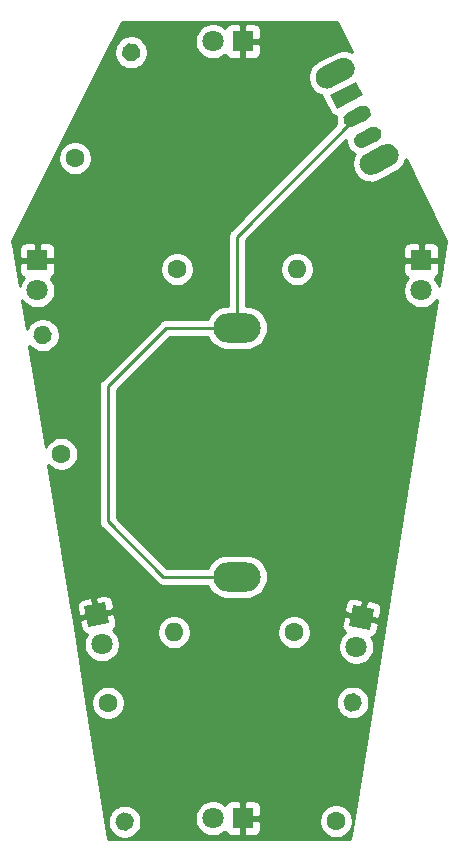
<source format=gbr>
%TF.GenerationSoftware,KiCad,Pcbnew,(5.1.8)-1*%
%TF.CreationDate,2021-10-08T14:09:10-07:00*%
%TF.ProjectId,Halloween,48616c6c-6f77-4656-956e-2e6b69636164,rev?*%
%TF.SameCoordinates,Original*%
%TF.FileFunction,Copper,L1,Top*%
%TF.FilePolarity,Positive*%
%FSLAX46Y46*%
G04 Gerber Fmt 4.6, Leading zero omitted, Abs format (unit mm)*
G04 Created by KiCad (PCBNEW (5.1.8)-1) date 2021-10-08 14:09:10*
%MOMM*%
%LPD*%
G01*
G04 APERTURE LIST*
%TA.AperFunction,ComponentPad*%
%ADD10O,1.600000X1.600000*%
%TD*%
%TA.AperFunction,ComponentPad*%
%ADD11C,1.600000*%
%TD*%
%TA.AperFunction,ComponentPad*%
%ADD12O,4.000000X2.500000*%
%TD*%
%TA.AperFunction,ComponentPad*%
%ADD13C,0.100000*%
%TD*%
%TA.AperFunction,ComponentPad*%
%ADD14R,1.800000X1.800000*%
%TD*%
%TA.AperFunction,ComponentPad*%
%ADD15C,1.800000*%
%TD*%
%TA.AperFunction,Conductor*%
%ADD16C,0.254000*%
%TD*%
%TA.AperFunction,Conductor*%
%ADD17C,0.250000*%
%TD*%
%TA.AperFunction,Conductor*%
%ADD18C,0.100000*%
%TD*%
G04 APERTURE END LIST*
D10*
%TO.P,R6,2*%
%TO.N,Net-(D6-Pad2)*%
X172720000Y-68580000D03*
D11*
%TO.P,R6,1*%
%TO.N,/LED*%
X162560000Y-68580000D03*
%TD*%
%TO.P,R5,2*%
%TO.N,Net-(D5-Pad2)*%
%TA.AperFunction,ComponentPad*%
G36*
G01*
X158318254Y-50917610D02*
X158318254Y-50917610D01*
G75*
G02*
X157987473Y-49835675I375577J706358D01*
G01*
X157987473Y-49835675D01*
G75*
G02*
X159069408Y-49504894I706358J-375577D01*
G01*
X159069408Y-49504894D01*
G75*
G02*
X159400189Y-50586829I-375577J-706358D01*
G01*
X159400189Y-50586829D01*
G75*
G02*
X158318254Y-50917610I-706358J375577D01*
G01*
G37*
%TD.AperFunction*%
%TO.P,R5,1*%
%TO.N,/LED*%
X153924000Y-59182000D03*
%TD*%
%TO.P,R4,2*%
%TO.N,Net-(D4-Pad2)*%
%TA.AperFunction,ComponentPad*%
G36*
G01*
X151316774Y-74956237D02*
X151316774Y-74956237D01*
G75*
G02*
X150401475Y-74291234I-125148J790151D01*
G01*
X150401475Y-74291234D01*
G75*
G02*
X151066478Y-73375935I790151J125148D01*
G01*
X151066478Y-73375935D01*
G75*
G02*
X151981777Y-74040938I125148J-790151D01*
G01*
X151981777Y-74040938D01*
G75*
G02*
X151316774Y-74956237I-790151J-125148D01*
G01*
G37*
%TD.AperFunction*%
%TO.P,R4,1*%
%TO.N,/LED*%
X152781000Y-84201000D03*
%TD*%
%TO.P,R3,2*%
%TO.N,Net-(D3-Pad2)*%
%TA.AperFunction,ComponentPad*%
G36*
G01*
X177324661Y-106047090D02*
X177324661Y-106047090D01*
G75*
G02*
X176643785Y-105143538I111338J792214D01*
G01*
X176643785Y-105143538D01*
G75*
G02*
X177547337Y-104462662I792214J-111338D01*
G01*
X177547337Y-104462662D01*
G75*
G02*
X178228213Y-105366214I-111338J-792214D01*
G01*
X178228213Y-105366214D01*
G75*
G02*
X177324661Y-106047090I-792214J111338D01*
G01*
G37*
%TD.AperFunction*%
%TO.P,R3,1*%
%TO.N,/LED*%
X176022000Y-115316000D03*
%TD*%
%TO.P,R2,2*%
%TO.N,Net-(D2-Pad2)*%
%TA.AperFunction,ComponentPad*%
G36*
G01*
X158020661Y-114551910D02*
X158020661Y-114551910D01*
G75*
G02*
X158924213Y-115232786I111338J-792214D01*
G01*
X158924213Y-115232786D01*
G75*
G02*
X158243337Y-116136338I-792214J-111338D01*
G01*
X158243337Y-116136338D01*
G75*
G02*
X157339785Y-115455462I-111338J792214D01*
G01*
X157339785Y-115455462D01*
G75*
G02*
X158020661Y-114551910I792214J111338D01*
G01*
G37*
%TD.AperFunction*%
%TO.P,R2,1*%
%TO.N,/LED*%
X156718000Y-105283000D03*
%TD*%
D10*
%TO.P,R1,2*%
%TO.N,Net-(D1-Pad2)*%
X162306000Y-99314000D03*
D11*
%TO.P,R1,1*%
%TO.N,/LED*%
X172466000Y-99314000D03*
%TD*%
D12*
%TO.P,BT1,1*%
%TO.N,VCC*%
X167640000Y-73533000D03*
X167640000Y-94615000D03*
%TD*%
%TA.AperFunction,ComponentPad*%
D13*
%TO.P,SW1,1*%
%TO.N,Net-(SW1-Pad1)*%
G36*
X175502148Y-53836334D02*
G01*
X177729664Y-52701358D01*
X178319852Y-53859666D01*
X176092336Y-54994642D01*
X175502148Y-53836334D01*
G37*
%TD.AperFunction*%
%TO.P,SW1,2*%
%TO.N,VCC*%
%TA.AperFunction,ComponentPad*%
G36*
G01*
X176989283Y-55323253D02*
X178058491Y-54778465D01*
G75*
G02*
X178932739Y-55062525I295094J-579154D01*
G01*
X178932739Y-55062525D01*
G75*
G02*
X178648679Y-55936773I-579154J-295094D01*
G01*
X177579471Y-56481561D01*
G75*
G02*
X176705223Y-56197501I-295094J579154D01*
G01*
X176705223Y-56197501D01*
G75*
G02*
X176989283Y-55323253I579154J295094D01*
G01*
G37*
%TD.AperFunction*%
%TO.P,SW1,3*%
%TO.N,/LED*%
%TA.AperFunction,ComponentPad*%
G36*
G01*
X177897264Y-57105266D02*
X178966472Y-56560478D01*
G75*
G02*
X179840720Y-56844538I295094J-579154D01*
G01*
X179840720Y-56844538D01*
G75*
G02*
X179556660Y-57718786I-579154J-295094D01*
G01*
X178487452Y-58263574D01*
G75*
G02*
X177613204Y-57979514I-295094J579154D01*
G01*
X177613204Y-57979514D01*
G75*
G02*
X177897264Y-57105266I579154J295094D01*
G01*
G37*
%TD.AperFunction*%
%TO.P,SW1,*%
%TO.N,*%
%TA.AperFunction,ComponentPad*%
G36*
G01*
X174813524Y-51493622D02*
X176239134Y-50767238D01*
G75*
G02*
X177516881Y-51182403I431291J-846456D01*
G01*
X177516881Y-51182403D01*
G75*
G02*
X177101716Y-52460150I-846456J-431291D01*
G01*
X175676106Y-53186534D01*
G75*
G02*
X174398359Y-52771369I-431291J846456D01*
G01*
X174398359Y-52771369D01*
G75*
G02*
X174813524Y-51493622I846456J431291D01*
G01*
G37*
%TD.AperFunction*%
%TA.AperFunction,ComponentPad*%
G36*
G01*
X178536246Y-58799876D02*
X179961856Y-58073492D01*
G75*
G02*
X181239603Y-58488657I431291J-846456D01*
G01*
X181239603Y-58488657D01*
G75*
G02*
X180824438Y-59766404I-846456J-431291D01*
G01*
X179398828Y-60492788D01*
G75*
G02*
X178121081Y-60077623I-431291J846456D01*
G01*
X178121081Y-60077623D01*
G75*
G02*
X178536246Y-58799876I846456J431291D01*
G01*
G37*
%TD.AperFunction*%
%TD*%
D14*
%TO.P,D6,1*%
%TO.N,GND*%
X183261000Y-67818000D03*
D15*
%TO.P,D6,2*%
%TO.N,Net-(D6-Pad2)*%
X183261000Y-70358000D03*
%TD*%
D14*
%TO.P,D5,1*%
%TO.N,GND*%
X168148000Y-49276000D03*
D15*
%TO.P,D5,2*%
%TO.N,Net-(D5-Pad2)*%
X165608000Y-49276000D03*
%TD*%
D14*
%TO.P,D4,1*%
%TO.N,GND*%
X150749000Y-67818000D03*
D15*
%TO.P,D4,2*%
%TO.N,Net-(D4-Pad2)*%
X150749000Y-70358000D03*
%TD*%
%TA.AperFunction,ComponentPad*%
D13*
%TO.P,D3,1*%
%TO.N,GND*%
G36*
X177450956Y-97001390D02*
G01*
X179223610Y-97313956D01*
X178911044Y-99086610D01*
X177138390Y-98774044D01*
X177450956Y-97001390D01*
G37*
%TD.AperFunction*%
D15*
%TO.P,D3,2*%
%TO.N,Net-(D3-Pad2)*%
X177739934Y-100545412D03*
%TD*%
D14*
%TO.P,D2,1*%
%TO.N,GND*%
X168148000Y-115062000D03*
D15*
%TO.P,D2,2*%
%TO.N,Net-(D2-Pad2)*%
X165608000Y-115062000D03*
%TD*%
%TA.AperFunction,ComponentPad*%
D13*
%TO.P,D1,1*%
%TO.N,GND*%
G36*
X154726324Y-97098544D02*
G01*
X156498978Y-96785978D01*
X156811544Y-98558632D01*
X155038890Y-98871198D01*
X154726324Y-97098544D01*
G37*
%TD.AperFunction*%
D15*
%TO.P,D1,2*%
%TO.N,Net-(D1-Pad2)*%
X156210000Y-100330000D03*
%TD*%
D16*
%TO.N,VCC*%
X167640000Y-73533000D02*
X161671000Y-73533000D01*
X161671000Y-73533000D02*
X156718000Y-78486000D01*
X156718000Y-78486000D02*
X156718000Y-89916000D01*
X161417000Y-94615000D02*
X167640000Y-94615000D01*
X156718000Y-89916000D02*
X161417000Y-94615000D01*
D17*
X167640000Y-65808994D02*
X167640000Y-73533000D01*
X177818981Y-55630013D02*
X167640000Y-65808994D01*
%TD*%
D16*
%TO.N,GND*%
X177398093Y-50201989D02*
X177162587Y-50098977D01*
X176857622Y-50032065D01*
X176545466Y-50025936D01*
X176238110Y-50080822D01*
X176020227Y-50166100D01*
X174455864Y-50963182D01*
X174258805Y-51089328D01*
X174033741Y-51305723D01*
X173855219Y-51561866D01*
X173730097Y-51847916D01*
X173663186Y-52152880D01*
X173657056Y-52465036D01*
X173711943Y-52772392D01*
X173825737Y-53063134D01*
X173994065Y-53326088D01*
X174210460Y-53551152D01*
X174466603Y-53729674D01*
X174752653Y-53854796D01*
X174866174Y-53879703D01*
X174866043Y-53886397D01*
X174888032Y-54009533D01*
X174933622Y-54126013D01*
X175523810Y-55284321D01*
X175591247Y-55389668D01*
X175677941Y-55479836D01*
X175780560Y-55551357D01*
X175895161Y-55601485D01*
X176017339Y-55628291D01*
X176028905Y-55628518D01*
X176002110Y-55750640D01*
X175997141Y-56003714D01*
X176041638Y-56252895D01*
X176064046Y-56310146D01*
X167129003Y-65245190D01*
X167099999Y-65268993D01*
X167044871Y-65336168D01*
X167005026Y-65384718D01*
X166999630Y-65394814D01*
X166934454Y-65516748D01*
X166890997Y-65660009D01*
X166880000Y-65771662D01*
X166880000Y-65771672D01*
X166876324Y-65808994D01*
X166880000Y-65846316D01*
X166880001Y-71648000D01*
X166797403Y-71648000D01*
X166520476Y-71675275D01*
X166165152Y-71783061D01*
X165837683Y-71958097D01*
X165550655Y-72193655D01*
X165315097Y-72480683D01*
X165159919Y-72771000D01*
X161708423Y-72771000D01*
X161671000Y-72767314D01*
X161633577Y-72771000D01*
X161633574Y-72771000D01*
X161521622Y-72782026D01*
X161377985Y-72825598D01*
X161316364Y-72858535D01*
X161245607Y-72896355D01*
X161162904Y-72964228D01*
X161129578Y-72991578D01*
X161105721Y-73020648D01*
X156205654Y-77920716D01*
X156176578Y-77944578D01*
X156120983Y-78012322D01*
X156081355Y-78060608D01*
X156043535Y-78131365D01*
X156010598Y-78192986D01*
X155967026Y-78336623D01*
X155956000Y-78448574D01*
X155952314Y-78486000D01*
X155956000Y-78523423D01*
X155956001Y-89878567D01*
X155952314Y-89916000D01*
X155967027Y-90065378D01*
X156010599Y-90209015D01*
X156081355Y-90341392D01*
X156152721Y-90428351D01*
X156176579Y-90457422D01*
X156205649Y-90481279D01*
X160851716Y-95127346D01*
X160875578Y-95156422D01*
X160949219Y-95216857D01*
X160991607Y-95251645D01*
X161062364Y-95289465D01*
X161123985Y-95322402D01*
X161267622Y-95365974D01*
X161379574Y-95377000D01*
X161379577Y-95377000D01*
X161417000Y-95380686D01*
X161454423Y-95377000D01*
X165159919Y-95377000D01*
X165315097Y-95667317D01*
X165550655Y-95954345D01*
X165837683Y-96189903D01*
X166165152Y-96364939D01*
X166520476Y-96472725D01*
X166797403Y-96500000D01*
X168482597Y-96500000D01*
X168759524Y-96472725D01*
X169114848Y-96364939D01*
X169442317Y-96189903D01*
X169729345Y-95954345D01*
X169964903Y-95667317D01*
X170139939Y-95339848D01*
X170247725Y-94984524D01*
X170284120Y-94615000D01*
X170247725Y-94245476D01*
X170139939Y-93890152D01*
X169964903Y-93562683D01*
X169729345Y-93275655D01*
X169442317Y-93040097D01*
X169114848Y-92865061D01*
X168759524Y-92757275D01*
X168482597Y-92730000D01*
X166797403Y-92730000D01*
X166520476Y-92757275D01*
X166165152Y-92865061D01*
X165837683Y-93040097D01*
X165550655Y-93275655D01*
X165315097Y-93562683D01*
X165159919Y-93853000D01*
X161732630Y-93853000D01*
X157480000Y-89600370D01*
X157480000Y-78801630D01*
X161986631Y-74295000D01*
X165159919Y-74295000D01*
X165315097Y-74585317D01*
X165550655Y-74872345D01*
X165837683Y-75107903D01*
X166165152Y-75282939D01*
X166520476Y-75390725D01*
X166797403Y-75418000D01*
X168482597Y-75418000D01*
X168759524Y-75390725D01*
X169114848Y-75282939D01*
X169442317Y-75107903D01*
X169729345Y-74872345D01*
X169964903Y-74585317D01*
X170139939Y-74257848D01*
X170247725Y-73902524D01*
X170284120Y-73533000D01*
X170247725Y-73163476D01*
X170139939Y-72808152D01*
X169964903Y-72480683D01*
X169729345Y-72193655D01*
X169442317Y-71958097D01*
X169114848Y-71783061D01*
X168759524Y-71675275D01*
X168482597Y-71648000D01*
X168400000Y-71648000D01*
X168400000Y-68438665D01*
X171285000Y-68438665D01*
X171285000Y-68721335D01*
X171340147Y-68998574D01*
X171448320Y-69259727D01*
X171605363Y-69494759D01*
X171805241Y-69694637D01*
X172040273Y-69851680D01*
X172301426Y-69959853D01*
X172578665Y-70015000D01*
X172861335Y-70015000D01*
X173138574Y-69959853D01*
X173399727Y-69851680D01*
X173634759Y-69694637D01*
X173834637Y-69494759D01*
X173991680Y-69259727D01*
X174099853Y-68998574D01*
X174155000Y-68721335D01*
X174155000Y-68438665D01*
X174099853Y-68161426D01*
X173991680Y-67900273D01*
X173834637Y-67665241D01*
X173634759Y-67465363D01*
X173399727Y-67308320D01*
X173138574Y-67200147D01*
X172861335Y-67145000D01*
X172578665Y-67145000D01*
X172301426Y-67200147D01*
X172040273Y-67308320D01*
X171805241Y-67465363D01*
X171605363Y-67665241D01*
X171448320Y-67900273D01*
X171340147Y-68161426D01*
X171285000Y-68438665D01*
X168400000Y-68438665D01*
X168400000Y-66918000D01*
X181722928Y-66918000D01*
X181726000Y-67532250D01*
X181884750Y-67691000D01*
X183134000Y-67691000D01*
X183134000Y-66441750D01*
X183388000Y-66441750D01*
X183388000Y-67691000D01*
X184637250Y-67691000D01*
X184796000Y-67532250D01*
X184799072Y-66918000D01*
X184786812Y-66793518D01*
X184750502Y-66673820D01*
X184691537Y-66563506D01*
X184612185Y-66466815D01*
X184515494Y-66387463D01*
X184405180Y-66328498D01*
X184285482Y-66292188D01*
X184161000Y-66279928D01*
X183546750Y-66283000D01*
X183388000Y-66441750D01*
X183134000Y-66441750D01*
X182975250Y-66283000D01*
X182361000Y-66279928D01*
X182236518Y-66292188D01*
X182116820Y-66328498D01*
X182006506Y-66387463D01*
X181909815Y-66466815D01*
X181830463Y-66563506D01*
X181771498Y-66673820D01*
X181735188Y-66793518D01*
X181722928Y-66918000D01*
X168400000Y-66918000D01*
X168400000Y-66123795D01*
X176908468Y-57615328D01*
X176905122Y-57785727D01*
X176949619Y-58034908D01*
X177041875Y-58270619D01*
X177178343Y-58483804D01*
X177353779Y-58666268D01*
X177561442Y-58811001D01*
X177604595Y-58829877D01*
X177577941Y-58868120D01*
X177452819Y-59154170D01*
X177385908Y-59459134D01*
X177379778Y-59771290D01*
X177434665Y-60078646D01*
X177548459Y-60369388D01*
X177716787Y-60632342D01*
X177933182Y-60857406D01*
X178189325Y-61035928D01*
X178475375Y-61161050D01*
X178780339Y-61227961D01*
X179092495Y-61234091D01*
X179399851Y-61179204D01*
X179617734Y-61093927D01*
X181182098Y-60296844D01*
X181379157Y-60170698D01*
X181604221Y-59954304D01*
X181782743Y-59698160D01*
X181907864Y-59412111D01*
X181936926Y-59279655D01*
X185369676Y-66145156D01*
X184752723Y-69989248D01*
X184737011Y-69910257D01*
X184621299Y-69630905D01*
X184453312Y-69379495D01*
X184386873Y-69313056D01*
X184405180Y-69307502D01*
X184515494Y-69248537D01*
X184612185Y-69169185D01*
X184691537Y-69072494D01*
X184750502Y-68962180D01*
X184786812Y-68842482D01*
X184799072Y-68718000D01*
X184796000Y-68103750D01*
X184637250Y-67945000D01*
X183388000Y-67945000D01*
X183388000Y-67965000D01*
X183134000Y-67965000D01*
X183134000Y-67945000D01*
X181884750Y-67945000D01*
X181726000Y-68103750D01*
X181722928Y-68718000D01*
X181735188Y-68842482D01*
X181771498Y-68962180D01*
X181830463Y-69072494D01*
X181909815Y-69169185D01*
X182006506Y-69248537D01*
X182116820Y-69307502D01*
X182135127Y-69313056D01*
X182068688Y-69379495D01*
X181900701Y-69630905D01*
X181784989Y-69910257D01*
X181726000Y-70206816D01*
X181726000Y-70509184D01*
X181784989Y-70805743D01*
X181900701Y-71085095D01*
X182068688Y-71336505D01*
X182282495Y-71550312D01*
X182533905Y-71718299D01*
X182813257Y-71834011D01*
X183109816Y-71893000D01*
X183412184Y-71893000D01*
X183708743Y-71834011D01*
X183988095Y-71718299D01*
X184239505Y-71550312D01*
X184453312Y-71336505D01*
X184562794Y-71172654D01*
X177457000Y-115447225D01*
X177457000Y-115174665D01*
X177401853Y-114897426D01*
X177293680Y-114636273D01*
X177136637Y-114401241D01*
X176936759Y-114201363D01*
X176701727Y-114044320D01*
X176440574Y-113936147D01*
X176163335Y-113881000D01*
X175880665Y-113881000D01*
X175603426Y-113936147D01*
X175342273Y-114044320D01*
X175107241Y-114201363D01*
X174907363Y-114401241D01*
X174750320Y-114636273D01*
X174642147Y-114897426D01*
X174587000Y-115174665D01*
X174587000Y-115457335D01*
X174642147Y-115734574D01*
X174750320Y-115995727D01*
X174907363Y-116230759D01*
X175107241Y-116430637D01*
X175342273Y-116587680D01*
X175603426Y-116695853D01*
X175880665Y-116751000D01*
X176163335Y-116751000D01*
X176440574Y-116695853D01*
X176701727Y-116587680D01*
X176936759Y-116430637D01*
X177136637Y-116230759D01*
X177293680Y-115995727D01*
X177401853Y-115734574D01*
X177448599Y-115499567D01*
X177237481Y-116815000D01*
X156772519Y-116815000D01*
X156513770Y-115202789D01*
X156696999Y-115202789D01*
X156696999Y-115485459D01*
X156752146Y-115762698D01*
X156860319Y-116023851D01*
X157017362Y-116258883D01*
X157217240Y-116458761D01*
X157452272Y-116615804D01*
X157713425Y-116723977D01*
X157990664Y-116779124D01*
X158273334Y-116779124D01*
X158550573Y-116723977D01*
X158811726Y-116615804D01*
X159046758Y-116458761D01*
X159246636Y-116258883D01*
X159403679Y-116023851D01*
X159511852Y-115762698D01*
X159566999Y-115485459D01*
X159566999Y-115202789D01*
X159511852Y-114925550D01*
X159505749Y-114910816D01*
X164073000Y-114910816D01*
X164073000Y-115213184D01*
X164131989Y-115509743D01*
X164247701Y-115789095D01*
X164415688Y-116040505D01*
X164629495Y-116254312D01*
X164880905Y-116422299D01*
X165160257Y-116538011D01*
X165456816Y-116597000D01*
X165759184Y-116597000D01*
X166055743Y-116538011D01*
X166335095Y-116422299D01*
X166586505Y-116254312D01*
X166652944Y-116187873D01*
X166658498Y-116206180D01*
X166717463Y-116316494D01*
X166796815Y-116413185D01*
X166893506Y-116492537D01*
X167003820Y-116551502D01*
X167123518Y-116587812D01*
X167248000Y-116600072D01*
X167862250Y-116597000D01*
X168021000Y-116438250D01*
X168021000Y-115189000D01*
X168275000Y-115189000D01*
X168275000Y-116438250D01*
X168433750Y-116597000D01*
X169048000Y-116600072D01*
X169172482Y-116587812D01*
X169292180Y-116551502D01*
X169402494Y-116492537D01*
X169499185Y-116413185D01*
X169578537Y-116316494D01*
X169637502Y-116206180D01*
X169673812Y-116086482D01*
X169686072Y-115962000D01*
X169683000Y-115347750D01*
X169524250Y-115189000D01*
X168275000Y-115189000D01*
X168021000Y-115189000D01*
X168001000Y-115189000D01*
X168001000Y-114935000D01*
X168021000Y-114935000D01*
X168021000Y-113685750D01*
X168275000Y-113685750D01*
X168275000Y-114935000D01*
X169524250Y-114935000D01*
X169683000Y-114776250D01*
X169686072Y-114162000D01*
X169673812Y-114037518D01*
X169637502Y-113917820D01*
X169578537Y-113807506D01*
X169499185Y-113710815D01*
X169402494Y-113631463D01*
X169292180Y-113572498D01*
X169172482Y-113536188D01*
X169048000Y-113523928D01*
X168433750Y-113527000D01*
X168275000Y-113685750D01*
X168021000Y-113685750D01*
X167862250Y-113527000D01*
X167248000Y-113523928D01*
X167123518Y-113536188D01*
X167003820Y-113572498D01*
X166893506Y-113631463D01*
X166796815Y-113710815D01*
X166717463Y-113807506D01*
X166658498Y-113917820D01*
X166652944Y-113936127D01*
X166586505Y-113869688D01*
X166335095Y-113701701D01*
X166055743Y-113585989D01*
X165759184Y-113527000D01*
X165456816Y-113527000D01*
X165160257Y-113585989D01*
X164880905Y-113701701D01*
X164629495Y-113869688D01*
X164415688Y-114083495D01*
X164247701Y-114334905D01*
X164131989Y-114614257D01*
X164073000Y-114910816D01*
X159505749Y-114910816D01*
X159403679Y-114664397D01*
X159246636Y-114429365D01*
X159046758Y-114229487D01*
X158811726Y-114072444D01*
X158550573Y-113964271D01*
X158273334Y-113909124D01*
X157990664Y-113909124D01*
X157713425Y-113964271D01*
X157452272Y-114072444D01*
X157217240Y-114229487D01*
X157017362Y-114429365D01*
X156860319Y-114664397D01*
X156752146Y-114925550D01*
X156696999Y-115202789D01*
X156513770Y-115202789D01*
X154899022Y-105141665D01*
X155283000Y-105141665D01*
X155283000Y-105424335D01*
X155338147Y-105701574D01*
X155446320Y-105962727D01*
X155603363Y-106197759D01*
X155803241Y-106397637D01*
X156038273Y-106554680D01*
X156299426Y-106662853D01*
X156576665Y-106718000D01*
X156859335Y-106718000D01*
X157136574Y-106662853D01*
X157397727Y-106554680D01*
X157632759Y-106397637D01*
X157832637Y-106197759D01*
X157989680Y-105962727D01*
X158097853Y-105701574D01*
X158153000Y-105424335D01*
X158153000Y-105141665D01*
X158147406Y-105113541D01*
X176000999Y-105113541D01*
X176000999Y-105396211D01*
X176056146Y-105673450D01*
X176164319Y-105934603D01*
X176321362Y-106169635D01*
X176521240Y-106369513D01*
X176756272Y-106526556D01*
X177017425Y-106634729D01*
X177294664Y-106689876D01*
X177577334Y-106689876D01*
X177854573Y-106634729D01*
X178115726Y-106526556D01*
X178350758Y-106369513D01*
X178550636Y-106169635D01*
X178707679Y-105934603D01*
X178815852Y-105673450D01*
X178870999Y-105396211D01*
X178870999Y-105113541D01*
X178815852Y-104836302D01*
X178707679Y-104575149D01*
X178550636Y-104340117D01*
X178350758Y-104140239D01*
X178115726Y-103983196D01*
X177854573Y-103875023D01*
X177577334Y-103819876D01*
X177294664Y-103819876D01*
X177017425Y-103875023D01*
X176756272Y-103983196D01*
X176521240Y-104140239D01*
X176321362Y-104340117D01*
X176164319Y-104575149D01*
X176056146Y-104836302D01*
X176000999Y-105113541D01*
X158147406Y-105113541D01*
X158097853Y-104864426D01*
X157989680Y-104603273D01*
X157832637Y-104368241D01*
X157632759Y-104168363D01*
X157397727Y-104011320D01*
X157136574Y-103903147D01*
X156859335Y-103848000D01*
X156576665Y-103848000D01*
X156299426Y-103903147D01*
X156038273Y-104011320D01*
X155803241Y-104168363D01*
X155603363Y-104368241D01*
X155446320Y-104603273D01*
X155338147Y-104864426D01*
X155283000Y-105141665D01*
X154899022Y-105141665D01*
X153813263Y-98376547D01*
X154306874Y-98376547D01*
X154410512Y-98981998D01*
X154444202Y-99102460D01*
X154500746Y-99214035D01*
X154577971Y-99312434D01*
X154672907Y-99393876D01*
X154781909Y-99455233D01*
X154900786Y-99494146D01*
X154920762Y-99496555D01*
X154849701Y-99602905D01*
X154733989Y-99882257D01*
X154675000Y-100178816D01*
X154675000Y-100481184D01*
X154733989Y-100777743D01*
X154849701Y-101057095D01*
X155017688Y-101308505D01*
X155231495Y-101522312D01*
X155482905Y-101690299D01*
X155762257Y-101806011D01*
X156058816Y-101865000D01*
X156361184Y-101865000D01*
X156657743Y-101806011D01*
X156937095Y-101690299D01*
X157188505Y-101522312D01*
X157402312Y-101308505D01*
X157570299Y-101057095D01*
X157686011Y-100777743D01*
X157745000Y-100481184D01*
X157745000Y-100178816D01*
X157686011Y-99882257D01*
X157570299Y-99602905D01*
X157402312Y-99351495D01*
X157223482Y-99172665D01*
X160871000Y-99172665D01*
X160871000Y-99455335D01*
X160926147Y-99732574D01*
X161034320Y-99993727D01*
X161191363Y-100228759D01*
X161391241Y-100428637D01*
X161626273Y-100585680D01*
X161887426Y-100693853D01*
X162164665Y-100749000D01*
X162447335Y-100749000D01*
X162724574Y-100693853D01*
X162985727Y-100585680D01*
X163220759Y-100428637D01*
X163420637Y-100228759D01*
X163577680Y-99993727D01*
X163685853Y-99732574D01*
X163741000Y-99455335D01*
X163741000Y-99172665D01*
X171031000Y-99172665D01*
X171031000Y-99455335D01*
X171086147Y-99732574D01*
X171194320Y-99993727D01*
X171351363Y-100228759D01*
X171551241Y-100428637D01*
X171786273Y-100585680D01*
X172047426Y-100693853D01*
X172324665Y-100749000D01*
X172607335Y-100749000D01*
X172884574Y-100693853D01*
X173145727Y-100585680D01*
X173380759Y-100428637D01*
X173415168Y-100394228D01*
X176204934Y-100394228D01*
X176204934Y-100696596D01*
X176263923Y-100993155D01*
X176379635Y-101272507D01*
X176547622Y-101523917D01*
X176761429Y-101737724D01*
X177012839Y-101905711D01*
X177292191Y-102021423D01*
X177588750Y-102080412D01*
X177891118Y-102080412D01*
X178187677Y-102021423D01*
X178467029Y-101905711D01*
X178718439Y-101737724D01*
X178932246Y-101523917D01*
X179100233Y-101272507D01*
X179215945Y-100993155D01*
X179274934Y-100696596D01*
X179274934Y-100394228D01*
X179215945Y-100097669D01*
X179100233Y-99818317D01*
X179029172Y-99711967D01*
X179049148Y-99709558D01*
X179168025Y-99670645D01*
X179277027Y-99609288D01*
X179371963Y-99527846D01*
X179449188Y-99429447D01*
X179505732Y-99317872D01*
X179539422Y-99197410D01*
X179643060Y-98591959D01*
X179514288Y-98408054D01*
X178284017Y-98191124D01*
X178280544Y-98210820D01*
X178030403Y-98166713D01*
X178033876Y-98147017D01*
X176865400Y-97940983D01*
X178328124Y-97940983D01*
X179558395Y-98157913D01*
X179742300Y-98029141D01*
X179851989Y-97424756D01*
X179861531Y-97300037D01*
X179846558Y-97175852D01*
X179807645Y-97056975D01*
X179746288Y-96947973D01*
X179664846Y-96853037D01*
X179566447Y-96775812D01*
X179454872Y-96719268D01*
X179334410Y-96685578D01*
X178728959Y-96581940D01*
X178545054Y-96710712D01*
X178328124Y-97940983D01*
X176865400Y-97940983D01*
X176803605Y-97930087D01*
X176619700Y-98058859D01*
X176510011Y-98663244D01*
X176500469Y-98787963D01*
X176515442Y-98912148D01*
X176554355Y-99031025D01*
X176615712Y-99140027D01*
X176697154Y-99234963D01*
X176795553Y-99312188D01*
X176810967Y-99320000D01*
X176761429Y-99353100D01*
X176547622Y-99566907D01*
X176379635Y-99818317D01*
X176263923Y-100097669D01*
X176204934Y-100394228D01*
X173415168Y-100394228D01*
X173580637Y-100228759D01*
X173737680Y-99993727D01*
X173845853Y-99732574D01*
X173901000Y-99455335D01*
X173901000Y-99172665D01*
X173845853Y-98895426D01*
X173737680Y-98634273D01*
X173580637Y-98399241D01*
X173380759Y-98199363D01*
X173145727Y-98042320D01*
X172884574Y-97934147D01*
X172607335Y-97879000D01*
X172324665Y-97879000D01*
X172047426Y-97934147D01*
X171786273Y-98042320D01*
X171551241Y-98199363D01*
X171351363Y-98399241D01*
X171194320Y-98634273D01*
X171086147Y-98895426D01*
X171031000Y-99172665D01*
X163741000Y-99172665D01*
X163685853Y-98895426D01*
X163577680Y-98634273D01*
X163420637Y-98399241D01*
X163220759Y-98199363D01*
X162985727Y-98042320D01*
X162724574Y-97934147D01*
X162447335Y-97879000D01*
X162164665Y-97879000D01*
X161887426Y-97934147D01*
X161626273Y-98042320D01*
X161391241Y-98199363D01*
X161191363Y-98399241D01*
X161034320Y-98634273D01*
X160926147Y-98895426D01*
X160871000Y-99172665D01*
X157223482Y-99172665D01*
X157188505Y-99137688D01*
X157138967Y-99104588D01*
X157154381Y-99096776D01*
X157252780Y-99019551D01*
X157334222Y-98924615D01*
X157395579Y-98815613D01*
X157434492Y-98696736D01*
X157449465Y-98572551D01*
X157439923Y-98447832D01*
X157330234Y-97843447D01*
X157146329Y-97714675D01*
X155916058Y-97931605D01*
X155919531Y-97951301D01*
X155669390Y-97995408D01*
X155665917Y-97975712D01*
X154435646Y-98192642D01*
X154306874Y-98376547D01*
X153813263Y-98376547D01*
X153605917Y-97084625D01*
X154088403Y-97084625D01*
X154097945Y-97209344D01*
X154207634Y-97813729D01*
X154391539Y-97942501D01*
X155621810Y-97725571D01*
X155404880Y-96495300D01*
X155341889Y-96451193D01*
X155655021Y-96451193D01*
X155871951Y-97681464D01*
X156923536Y-97496041D01*
X176718940Y-97496041D01*
X176847712Y-97679946D01*
X178077983Y-97896876D01*
X178294913Y-96666605D01*
X178166141Y-96482700D01*
X177561756Y-96373011D01*
X177437037Y-96363469D01*
X177312852Y-96378442D01*
X177193975Y-96417355D01*
X177084973Y-96478712D01*
X176990037Y-96560154D01*
X176912812Y-96658553D01*
X176856268Y-96770128D01*
X176822578Y-96890590D01*
X176718940Y-97496041D01*
X156923536Y-97496041D01*
X157102222Y-97464534D01*
X157230994Y-97280629D01*
X157127356Y-96675178D01*
X157093666Y-96554716D01*
X157037122Y-96443141D01*
X156959897Y-96344742D01*
X156864961Y-96263300D01*
X156755959Y-96201943D01*
X156637082Y-96163030D01*
X156512897Y-96148057D01*
X156388178Y-96157599D01*
X155783793Y-96267288D01*
X155655021Y-96451193D01*
X155341889Y-96451193D01*
X155220975Y-96366528D01*
X154615524Y-96470166D01*
X154495062Y-96503856D01*
X154383487Y-96560400D01*
X154285088Y-96637625D01*
X154203646Y-96732561D01*
X154142289Y-96841563D01*
X154103376Y-96960440D01*
X154088403Y-97084625D01*
X153605917Y-97084625D01*
X151688548Y-85137944D01*
X151866241Y-85315637D01*
X152101273Y-85472680D01*
X152362426Y-85580853D01*
X152639665Y-85636000D01*
X152922335Y-85636000D01*
X153199574Y-85580853D01*
X153460727Y-85472680D01*
X153695759Y-85315637D01*
X153895637Y-85115759D01*
X154052680Y-84880727D01*
X154160853Y-84619574D01*
X154216000Y-84342335D01*
X154216000Y-84059665D01*
X154160853Y-83782426D01*
X154052680Y-83521273D01*
X153895637Y-83286241D01*
X153695759Y-83086363D01*
X153460727Y-82929320D01*
X153199574Y-82821147D01*
X152922335Y-82766000D01*
X152639665Y-82766000D01*
X152362426Y-82821147D01*
X152101273Y-82929320D01*
X151866241Y-83086363D01*
X151666363Y-83286241D01*
X151509320Y-83521273D01*
X151451489Y-83660888D01*
X150073641Y-75075835D01*
X150076989Y-75080845D01*
X150276867Y-75280723D01*
X150511899Y-75437766D01*
X150773052Y-75545939D01*
X151050291Y-75601086D01*
X151332961Y-75601086D01*
X151610200Y-75545939D01*
X151871353Y-75437766D01*
X152106385Y-75280723D01*
X152306263Y-75080845D01*
X152463306Y-74845813D01*
X152571479Y-74584660D01*
X152626626Y-74307421D01*
X152626626Y-74024751D01*
X152571479Y-73747512D01*
X152463306Y-73486359D01*
X152306263Y-73251327D01*
X152106385Y-73051449D01*
X151871353Y-72894406D01*
X151610200Y-72786233D01*
X151332961Y-72731086D01*
X151050291Y-72731086D01*
X150773052Y-72786233D01*
X150511899Y-72894406D01*
X150276867Y-73051449D01*
X150076989Y-73251327D01*
X149919946Y-73486359D01*
X149846859Y-73662807D01*
X149447205Y-71172652D01*
X149556688Y-71336505D01*
X149770495Y-71550312D01*
X150021905Y-71718299D01*
X150301257Y-71834011D01*
X150597816Y-71893000D01*
X150900184Y-71893000D01*
X151196743Y-71834011D01*
X151476095Y-71718299D01*
X151727505Y-71550312D01*
X151941312Y-71336505D01*
X152109299Y-71085095D01*
X152225011Y-70805743D01*
X152284000Y-70509184D01*
X152284000Y-70206816D01*
X152225011Y-69910257D01*
X152109299Y-69630905D01*
X151941312Y-69379495D01*
X151874873Y-69313056D01*
X151893180Y-69307502D01*
X152003494Y-69248537D01*
X152100185Y-69169185D01*
X152179537Y-69072494D01*
X152238502Y-68962180D01*
X152274812Y-68842482D01*
X152287072Y-68718000D01*
X152285675Y-68438665D01*
X161125000Y-68438665D01*
X161125000Y-68721335D01*
X161180147Y-68998574D01*
X161288320Y-69259727D01*
X161445363Y-69494759D01*
X161645241Y-69694637D01*
X161880273Y-69851680D01*
X162141426Y-69959853D01*
X162418665Y-70015000D01*
X162701335Y-70015000D01*
X162978574Y-69959853D01*
X163239727Y-69851680D01*
X163474759Y-69694637D01*
X163674637Y-69494759D01*
X163831680Y-69259727D01*
X163939853Y-68998574D01*
X163995000Y-68721335D01*
X163995000Y-68438665D01*
X163939853Y-68161426D01*
X163831680Y-67900273D01*
X163674637Y-67665241D01*
X163474759Y-67465363D01*
X163239727Y-67308320D01*
X162978574Y-67200147D01*
X162701335Y-67145000D01*
X162418665Y-67145000D01*
X162141426Y-67200147D01*
X161880273Y-67308320D01*
X161645241Y-67465363D01*
X161445363Y-67665241D01*
X161288320Y-67900273D01*
X161180147Y-68161426D01*
X161125000Y-68438665D01*
X152285675Y-68438665D01*
X152284000Y-68103750D01*
X152125250Y-67945000D01*
X150876000Y-67945000D01*
X150876000Y-67965000D01*
X150622000Y-67965000D01*
X150622000Y-67945000D01*
X149372750Y-67945000D01*
X149214000Y-68103750D01*
X149210928Y-68718000D01*
X149223188Y-68842482D01*
X149259498Y-68962180D01*
X149318463Y-69072494D01*
X149397815Y-69169185D01*
X149494506Y-69248537D01*
X149604820Y-69307502D01*
X149623127Y-69313056D01*
X149556688Y-69379495D01*
X149388701Y-69630905D01*
X149272989Y-69910257D01*
X149257276Y-69989251D01*
X148764360Y-66918000D01*
X149210928Y-66918000D01*
X149214000Y-67532250D01*
X149372750Y-67691000D01*
X150622000Y-67691000D01*
X150622000Y-66441750D01*
X150876000Y-66441750D01*
X150876000Y-67691000D01*
X152125250Y-67691000D01*
X152284000Y-67532250D01*
X152287072Y-66918000D01*
X152274812Y-66793518D01*
X152238502Y-66673820D01*
X152179537Y-66563506D01*
X152100185Y-66466815D01*
X152003494Y-66387463D01*
X151893180Y-66328498D01*
X151773482Y-66292188D01*
X151649000Y-66279928D01*
X151034750Y-66283000D01*
X150876000Y-66441750D01*
X150622000Y-66441750D01*
X150463250Y-66283000D01*
X149849000Y-66279928D01*
X149724518Y-66292188D01*
X149604820Y-66328498D01*
X149494506Y-66387463D01*
X149397815Y-66466815D01*
X149318463Y-66563506D01*
X149259498Y-66673820D01*
X149223188Y-66793518D01*
X149210928Y-66918000D01*
X148764360Y-66918000D01*
X148640323Y-66145157D01*
X152192569Y-59040665D01*
X152489000Y-59040665D01*
X152489000Y-59323335D01*
X152544147Y-59600574D01*
X152652320Y-59861727D01*
X152809363Y-60096759D01*
X153009241Y-60296637D01*
X153244273Y-60453680D01*
X153505426Y-60561853D01*
X153782665Y-60617000D01*
X154065335Y-60617000D01*
X154342574Y-60561853D01*
X154603727Y-60453680D01*
X154838759Y-60296637D01*
X155038637Y-60096759D01*
X155195680Y-59861727D01*
X155303853Y-59600574D01*
X155359000Y-59323335D01*
X155359000Y-59040665D01*
X155303853Y-58763426D01*
X155195680Y-58502273D01*
X155038637Y-58267241D01*
X154838759Y-58067363D01*
X154603727Y-57910320D01*
X154342574Y-57802147D01*
X154065335Y-57747000D01*
X153782665Y-57747000D01*
X153505426Y-57802147D01*
X153244273Y-57910320D01*
X153009241Y-58067363D01*
X152809363Y-58267241D01*
X152652320Y-58502273D01*
X152544147Y-58763426D01*
X152489000Y-59040665D01*
X152192569Y-59040665D01*
X156677943Y-50069917D01*
X157258831Y-50069917D01*
X157258831Y-50352587D01*
X157313978Y-50629826D01*
X157422151Y-50890979D01*
X157579194Y-51126011D01*
X157779072Y-51325889D01*
X158014104Y-51482932D01*
X158275257Y-51591105D01*
X158552496Y-51646252D01*
X158835166Y-51646252D01*
X159112405Y-51591105D01*
X159373558Y-51482932D01*
X159608590Y-51325889D01*
X159808468Y-51126011D01*
X159965511Y-50890979D01*
X160073684Y-50629826D01*
X160128831Y-50352587D01*
X160128831Y-50069917D01*
X160073684Y-49792678D01*
X159965511Y-49531525D01*
X159808468Y-49296493D01*
X159636791Y-49124816D01*
X164073000Y-49124816D01*
X164073000Y-49427184D01*
X164131989Y-49723743D01*
X164247701Y-50003095D01*
X164415688Y-50254505D01*
X164629495Y-50468312D01*
X164880905Y-50636299D01*
X165160257Y-50752011D01*
X165456816Y-50811000D01*
X165759184Y-50811000D01*
X166055743Y-50752011D01*
X166335095Y-50636299D01*
X166586505Y-50468312D01*
X166652944Y-50401873D01*
X166658498Y-50420180D01*
X166717463Y-50530494D01*
X166796815Y-50627185D01*
X166893506Y-50706537D01*
X167003820Y-50765502D01*
X167123518Y-50801812D01*
X167248000Y-50814072D01*
X167862250Y-50811000D01*
X168021000Y-50652250D01*
X168021000Y-49403000D01*
X168275000Y-49403000D01*
X168275000Y-50652250D01*
X168433750Y-50811000D01*
X169048000Y-50814072D01*
X169172482Y-50801812D01*
X169292180Y-50765502D01*
X169402494Y-50706537D01*
X169499185Y-50627185D01*
X169578537Y-50530494D01*
X169637502Y-50420180D01*
X169673812Y-50300482D01*
X169686072Y-50176000D01*
X169683000Y-49561750D01*
X169524250Y-49403000D01*
X168275000Y-49403000D01*
X168021000Y-49403000D01*
X168001000Y-49403000D01*
X168001000Y-49149000D01*
X168021000Y-49149000D01*
X168021000Y-47899750D01*
X168275000Y-47899750D01*
X168275000Y-49149000D01*
X169524250Y-49149000D01*
X169683000Y-48990250D01*
X169686072Y-48376000D01*
X169673812Y-48251518D01*
X169637502Y-48131820D01*
X169578537Y-48021506D01*
X169499185Y-47924815D01*
X169402494Y-47845463D01*
X169292180Y-47786498D01*
X169172482Y-47750188D01*
X169048000Y-47737928D01*
X168433750Y-47741000D01*
X168275000Y-47899750D01*
X168021000Y-47899750D01*
X167862250Y-47741000D01*
X167248000Y-47737928D01*
X167123518Y-47750188D01*
X167003820Y-47786498D01*
X166893506Y-47845463D01*
X166796815Y-47924815D01*
X166717463Y-48021506D01*
X166658498Y-48131820D01*
X166652944Y-48150127D01*
X166586505Y-48083688D01*
X166335095Y-47915701D01*
X166055743Y-47799989D01*
X165759184Y-47741000D01*
X165456816Y-47741000D01*
X165160257Y-47799989D01*
X164880905Y-47915701D01*
X164629495Y-48083688D01*
X164415688Y-48297495D01*
X164247701Y-48548905D01*
X164131989Y-48828257D01*
X164073000Y-49124816D01*
X159636791Y-49124816D01*
X159608590Y-49096615D01*
X159373558Y-48939572D01*
X159112405Y-48831399D01*
X158835166Y-48776252D01*
X158552496Y-48776252D01*
X158275257Y-48831399D01*
X158014104Y-48939572D01*
X157779072Y-49096615D01*
X157579194Y-49296493D01*
X157422151Y-49531525D01*
X157313978Y-49792678D01*
X157258831Y-50069917D01*
X156677943Y-50069917D01*
X157887902Y-47650000D01*
X176122098Y-47650000D01*
X177398093Y-50201989D01*
%TA.AperFunction,Conductor*%
D18*
G36*
X177398093Y-50201989D02*
G01*
X177162587Y-50098977D01*
X176857622Y-50032065D01*
X176545466Y-50025936D01*
X176238110Y-50080822D01*
X176020227Y-50166100D01*
X174455864Y-50963182D01*
X174258805Y-51089328D01*
X174033741Y-51305723D01*
X173855219Y-51561866D01*
X173730097Y-51847916D01*
X173663186Y-52152880D01*
X173657056Y-52465036D01*
X173711943Y-52772392D01*
X173825737Y-53063134D01*
X173994065Y-53326088D01*
X174210460Y-53551152D01*
X174466603Y-53729674D01*
X174752653Y-53854796D01*
X174866174Y-53879703D01*
X174866043Y-53886397D01*
X174888032Y-54009533D01*
X174933622Y-54126013D01*
X175523810Y-55284321D01*
X175591247Y-55389668D01*
X175677941Y-55479836D01*
X175780560Y-55551357D01*
X175895161Y-55601485D01*
X176017339Y-55628291D01*
X176028905Y-55628518D01*
X176002110Y-55750640D01*
X175997141Y-56003714D01*
X176041638Y-56252895D01*
X176064046Y-56310146D01*
X167129003Y-65245190D01*
X167099999Y-65268993D01*
X167044871Y-65336168D01*
X167005026Y-65384718D01*
X166999630Y-65394814D01*
X166934454Y-65516748D01*
X166890997Y-65660009D01*
X166880000Y-65771662D01*
X166880000Y-65771672D01*
X166876324Y-65808994D01*
X166880000Y-65846316D01*
X166880001Y-71648000D01*
X166797403Y-71648000D01*
X166520476Y-71675275D01*
X166165152Y-71783061D01*
X165837683Y-71958097D01*
X165550655Y-72193655D01*
X165315097Y-72480683D01*
X165159919Y-72771000D01*
X161708423Y-72771000D01*
X161671000Y-72767314D01*
X161633577Y-72771000D01*
X161633574Y-72771000D01*
X161521622Y-72782026D01*
X161377985Y-72825598D01*
X161316364Y-72858535D01*
X161245607Y-72896355D01*
X161162904Y-72964228D01*
X161129578Y-72991578D01*
X161105721Y-73020648D01*
X156205654Y-77920716D01*
X156176578Y-77944578D01*
X156120983Y-78012322D01*
X156081355Y-78060608D01*
X156043535Y-78131365D01*
X156010598Y-78192986D01*
X155967026Y-78336623D01*
X155956000Y-78448574D01*
X155952314Y-78486000D01*
X155956000Y-78523423D01*
X155956001Y-89878567D01*
X155952314Y-89916000D01*
X155967027Y-90065378D01*
X156010599Y-90209015D01*
X156081355Y-90341392D01*
X156152721Y-90428351D01*
X156176579Y-90457422D01*
X156205649Y-90481279D01*
X160851716Y-95127346D01*
X160875578Y-95156422D01*
X160949219Y-95216857D01*
X160991607Y-95251645D01*
X161062364Y-95289465D01*
X161123985Y-95322402D01*
X161267622Y-95365974D01*
X161379574Y-95377000D01*
X161379577Y-95377000D01*
X161417000Y-95380686D01*
X161454423Y-95377000D01*
X165159919Y-95377000D01*
X165315097Y-95667317D01*
X165550655Y-95954345D01*
X165837683Y-96189903D01*
X166165152Y-96364939D01*
X166520476Y-96472725D01*
X166797403Y-96500000D01*
X168482597Y-96500000D01*
X168759524Y-96472725D01*
X169114848Y-96364939D01*
X169442317Y-96189903D01*
X169729345Y-95954345D01*
X169964903Y-95667317D01*
X170139939Y-95339848D01*
X170247725Y-94984524D01*
X170284120Y-94615000D01*
X170247725Y-94245476D01*
X170139939Y-93890152D01*
X169964903Y-93562683D01*
X169729345Y-93275655D01*
X169442317Y-93040097D01*
X169114848Y-92865061D01*
X168759524Y-92757275D01*
X168482597Y-92730000D01*
X166797403Y-92730000D01*
X166520476Y-92757275D01*
X166165152Y-92865061D01*
X165837683Y-93040097D01*
X165550655Y-93275655D01*
X165315097Y-93562683D01*
X165159919Y-93853000D01*
X161732630Y-93853000D01*
X157480000Y-89600370D01*
X157480000Y-78801630D01*
X161986631Y-74295000D01*
X165159919Y-74295000D01*
X165315097Y-74585317D01*
X165550655Y-74872345D01*
X165837683Y-75107903D01*
X166165152Y-75282939D01*
X166520476Y-75390725D01*
X166797403Y-75418000D01*
X168482597Y-75418000D01*
X168759524Y-75390725D01*
X169114848Y-75282939D01*
X169442317Y-75107903D01*
X169729345Y-74872345D01*
X169964903Y-74585317D01*
X170139939Y-74257848D01*
X170247725Y-73902524D01*
X170284120Y-73533000D01*
X170247725Y-73163476D01*
X170139939Y-72808152D01*
X169964903Y-72480683D01*
X169729345Y-72193655D01*
X169442317Y-71958097D01*
X169114848Y-71783061D01*
X168759524Y-71675275D01*
X168482597Y-71648000D01*
X168400000Y-71648000D01*
X168400000Y-68438665D01*
X171285000Y-68438665D01*
X171285000Y-68721335D01*
X171340147Y-68998574D01*
X171448320Y-69259727D01*
X171605363Y-69494759D01*
X171805241Y-69694637D01*
X172040273Y-69851680D01*
X172301426Y-69959853D01*
X172578665Y-70015000D01*
X172861335Y-70015000D01*
X173138574Y-69959853D01*
X173399727Y-69851680D01*
X173634759Y-69694637D01*
X173834637Y-69494759D01*
X173991680Y-69259727D01*
X174099853Y-68998574D01*
X174155000Y-68721335D01*
X174155000Y-68438665D01*
X174099853Y-68161426D01*
X173991680Y-67900273D01*
X173834637Y-67665241D01*
X173634759Y-67465363D01*
X173399727Y-67308320D01*
X173138574Y-67200147D01*
X172861335Y-67145000D01*
X172578665Y-67145000D01*
X172301426Y-67200147D01*
X172040273Y-67308320D01*
X171805241Y-67465363D01*
X171605363Y-67665241D01*
X171448320Y-67900273D01*
X171340147Y-68161426D01*
X171285000Y-68438665D01*
X168400000Y-68438665D01*
X168400000Y-66918000D01*
X181722928Y-66918000D01*
X181726000Y-67532250D01*
X181884750Y-67691000D01*
X183134000Y-67691000D01*
X183134000Y-66441750D01*
X183388000Y-66441750D01*
X183388000Y-67691000D01*
X184637250Y-67691000D01*
X184796000Y-67532250D01*
X184799072Y-66918000D01*
X184786812Y-66793518D01*
X184750502Y-66673820D01*
X184691537Y-66563506D01*
X184612185Y-66466815D01*
X184515494Y-66387463D01*
X184405180Y-66328498D01*
X184285482Y-66292188D01*
X184161000Y-66279928D01*
X183546750Y-66283000D01*
X183388000Y-66441750D01*
X183134000Y-66441750D01*
X182975250Y-66283000D01*
X182361000Y-66279928D01*
X182236518Y-66292188D01*
X182116820Y-66328498D01*
X182006506Y-66387463D01*
X181909815Y-66466815D01*
X181830463Y-66563506D01*
X181771498Y-66673820D01*
X181735188Y-66793518D01*
X181722928Y-66918000D01*
X168400000Y-66918000D01*
X168400000Y-66123795D01*
X176908468Y-57615328D01*
X176905122Y-57785727D01*
X176949619Y-58034908D01*
X177041875Y-58270619D01*
X177178343Y-58483804D01*
X177353779Y-58666268D01*
X177561442Y-58811001D01*
X177604595Y-58829877D01*
X177577941Y-58868120D01*
X177452819Y-59154170D01*
X177385908Y-59459134D01*
X177379778Y-59771290D01*
X177434665Y-60078646D01*
X177548459Y-60369388D01*
X177716787Y-60632342D01*
X177933182Y-60857406D01*
X178189325Y-61035928D01*
X178475375Y-61161050D01*
X178780339Y-61227961D01*
X179092495Y-61234091D01*
X179399851Y-61179204D01*
X179617734Y-61093927D01*
X181182098Y-60296844D01*
X181379157Y-60170698D01*
X181604221Y-59954304D01*
X181782743Y-59698160D01*
X181907864Y-59412111D01*
X181936926Y-59279655D01*
X185369676Y-66145156D01*
X184752723Y-69989248D01*
X184737011Y-69910257D01*
X184621299Y-69630905D01*
X184453312Y-69379495D01*
X184386873Y-69313056D01*
X184405180Y-69307502D01*
X184515494Y-69248537D01*
X184612185Y-69169185D01*
X184691537Y-69072494D01*
X184750502Y-68962180D01*
X184786812Y-68842482D01*
X184799072Y-68718000D01*
X184796000Y-68103750D01*
X184637250Y-67945000D01*
X183388000Y-67945000D01*
X183388000Y-67965000D01*
X183134000Y-67965000D01*
X183134000Y-67945000D01*
X181884750Y-67945000D01*
X181726000Y-68103750D01*
X181722928Y-68718000D01*
X181735188Y-68842482D01*
X181771498Y-68962180D01*
X181830463Y-69072494D01*
X181909815Y-69169185D01*
X182006506Y-69248537D01*
X182116820Y-69307502D01*
X182135127Y-69313056D01*
X182068688Y-69379495D01*
X181900701Y-69630905D01*
X181784989Y-69910257D01*
X181726000Y-70206816D01*
X181726000Y-70509184D01*
X181784989Y-70805743D01*
X181900701Y-71085095D01*
X182068688Y-71336505D01*
X182282495Y-71550312D01*
X182533905Y-71718299D01*
X182813257Y-71834011D01*
X183109816Y-71893000D01*
X183412184Y-71893000D01*
X183708743Y-71834011D01*
X183988095Y-71718299D01*
X184239505Y-71550312D01*
X184453312Y-71336505D01*
X184562794Y-71172654D01*
X177457000Y-115447225D01*
X177457000Y-115174665D01*
X177401853Y-114897426D01*
X177293680Y-114636273D01*
X177136637Y-114401241D01*
X176936759Y-114201363D01*
X176701727Y-114044320D01*
X176440574Y-113936147D01*
X176163335Y-113881000D01*
X175880665Y-113881000D01*
X175603426Y-113936147D01*
X175342273Y-114044320D01*
X175107241Y-114201363D01*
X174907363Y-114401241D01*
X174750320Y-114636273D01*
X174642147Y-114897426D01*
X174587000Y-115174665D01*
X174587000Y-115457335D01*
X174642147Y-115734574D01*
X174750320Y-115995727D01*
X174907363Y-116230759D01*
X175107241Y-116430637D01*
X175342273Y-116587680D01*
X175603426Y-116695853D01*
X175880665Y-116751000D01*
X176163335Y-116751000D01*
X176440574Y-116695853D01*
X176701727Y-116587680D01*
X176936759Y-116430637D01*
X177136637Y-116230759D01*
X177293680Y-115995727D01*
X177401853Y-115734574D01*
X177448599Y-115499567D01*
X177237481Y-116815000D01*
X156772519Y-116815000D01*
X156513770Y-115202789D01*
X156696999Y-115202789D01*
X156696999Y-115485459D01*
X156752146Y-115762698D01*
X156860319Y-116023851D01*
X157017362Y-116258883D01*
X157217240Y-116458761D01*
X157452272Y-116615804D01*
X157713425Y-116723977D01*
X157990664Y-116779124D01*
X158273334Y-116779124D01*
X158550573Y-116723977D01*
X158811726Y-116615804D01*
X159046758Y-116458761D01*
X159246636Y-116258883D01*
X159403679Y-116023851D01*
X159511852Y-115762698D01*
X159566999Y-115485459D01*
X159566999Y-115202789D01*
X159511852Y-114925550D01*
X159505749Y-114910816D01*
X164073000Y-114910816D01*
X164073000Y-115213184D01*
X164131989Y-115509743D01*
X164247701Y-115789095D01*
X164415688Y-116040505D01*
X164629495Y-116254312D01*
X164880905Y-116422299D01*
X165160257Y-116538011D01*
X165456816Y-116597000D01*
X165759184Y-116597000D01*
X166055743Y-116538011D01*
X166335095Y-116422299D01*
X166586505Y-116254312D01*
X166652944Y-116187873D01*
X166658498Y-116206180D01*
X166717463Y-116316494D01*
X166796815Y-116413185D01*
X166893506Y-116492537D01*
X167003820Y-116551502D01*
X167123518Y-116587812D01*
X167248000Y-116600072D01*
X167862250Y-116597000D01*
X168021000Y-116438250D01*
X168021000Y-115189000D01*
X168275000Y-115189000D01*
X168275000Y-116438250D01*
X168433750Y-116597000D01*
X169048000Y-116600072D01*
X169172482Y-116587812D01*
X169292180Y-116551502D01*
X169402494Y-116492537D01*
X169499185Y-116413185D01*
X169578537Y-116316494D01*
X169637502Y-116206180D01*
X169673812Y-116086482D01*
X169686072Y-115962000D01*
X169683000Y-115347750D01*
X169524250Y-115189000D01*
X168275000Y-115189000D01*
X168021000Y-115189000D01*
X168001000Y-115189000D01*
X168001000Y-114935000D01*
X168021000Y-114935000D01*
X168021000Y-113685750D01*
X168275000Y-113685750D01*
X168275000Y-114935000D01*
X169524250Y-114935000D01*
X169683000Y-114776250D01*
X169686072Y-114162000D01*
X169673812Y-114037518D01*
X169637502Y-113917820D01*
X169578537Y-113807506D01*
X169499185Y-113710815D01*
X169402494Y-113631463D01*
X169292180Y-113572498D01*
X169172482Y-113536188D01*
X169048000Y-113523928D01*
X168433750Y-113527000D01*
X168275000Y-113685750D01*
X168021000Y-113685750D01*
X167862250Y-113527000D01*
X167248000Y-113523928D01*
X167123518Y-113536188D01*
X167003820Y-113572498D01*
X166893506Y-113631463D01*
X166796815Y-113710815D01*
X166717463Y-113807506D01*
X166658498Y-113917820D01*
X166652944Y-113936127D01*
X166586505Y-113869688D01*
X166335095Y-113701701D01*
X166055743Y-113585989D01*
X165759184Y-113527000D01*
X165456816Y-113527000D01*
X165160257Y-113585989D01*
X164880905Y-113701701D01*
X164629495Y-113869688D01*
X164415688Y-114083495D01*
X164247701Y-114334905D01*
X164131989Y-114614257D01*
X164073000Y-114910816D01*
X159505749Y-114910816D01*
X159403679Y-114664397D01*
X159246636Y-114429365D01*
X159046758Y-114229487D01*
X158811726Y-114072444D01*
X158550573Y-113964271D01*
X158273334Y-113909124D01*
X157990664Y-113909124D01*
X157713425Y-113964271D01*
X157452272Y-114072444D01*
X157217240Y-114229487D01*
X157017362Y-114429365D01*
X156860319Y-114664397D01*
X156752146Y-114925550D01*
X156696999Y-115202789D01*
X156513770Y-115202789D01*
X154899022Y-105141665D01*
X155283000Y-105141665D01*
X155283000Y-105424335D01*
X155338147Y-105701574D01*
X155446320Y-105962727D01*
X155603363Y-106197759D01*
X155803241Y-106397637D01*
X156038273Y-106554680D01*
X156299426Y-106662853D01*
X156576665Y-106718000D01*
X156859335Y-106718000D01*
X157136574Y-106662853D01*
X157397727Y-106554680D01*
X157632759Y-106397637D01*
X157832637Y-106197759D01*
X157989680Y-105962727D01*
X158097853Y-105701574D01*
X158153000Y-105424335D01*
X158153000Y-105141665D01*
X158147406Y-105113541D01*
X176000999Y-105113541D01*
X176000999Y-105396211D01*
X176056146Y-105673450D01*
X176164319Y-105934603D01*
X176321362Y-106169635D01*
X176521240Y-106369513D01*
X176756272Y-106526556D01*
X177017425Y-106634729D01*
X177294664Y-106689876D01*
X177577334Y-106689876D01*
X177854573Y-106634729D01*
X178115726Y-106526556D01*
X178350758Y-106369513D01*
X178550636Y-106169635D01*
X178707679Y-105934603D01*
X178815852Y-105673450D01*
X178870999Y-105396211D01*
X178870999Y-105113541D01*
X178815852Y-104836302D01*
X178707679Y-104575149D01*
X178550636Y-104340117D01*
X178350758Y-104140239D01*
X178115726Y-103983196D01*
X177854573Y-103875023D01*
X177577334Y-103819876D01*
X177294664Y-103819876D01*
X177017425Y-103875023D01*
X176756272Y-103983196D01*
X176521240Y-104140239D01*
X176321362Y-104340117D01*
X176164319Y-104575149D01*
X176056146Y-104836302D01*
X176000999Y-105113541D01*
X158147406Y-105113541D01*
X158097853Y-104864426D01*
X157989680Y-104603273D01*
X157832637Y-104368241D01*
X157632759Y-104168363D01*
X157397727Y-104011320D01*
X157136574Y-103903147D01*
X156859335Y-103848000D01*
X156576665Y-103848000D01*
X156299426Y-103903147D01*
X156038273Y-104011320D01*
X155803241Y-104168363D01*
X155603363Y-104368241D01*
X155446320Y-104603273D01*
X155338147Y-104864426D01*
X155283000Y-105141665D01*
X154899022Y-105141665D01*
X153813263Y-98376547D01*
X154306874Y-98376547D01*
X154410512Y-98981998D01*
X154444202Y-99102460D01*
X154500746Y-99214035D01*
X154577971Y-99312434D01*
X154672907Y-99393876D01*
X154781909Y-99455233D01*
X154900786Y-99494146D01*
X154920762Y-99496555D01*
X154849701Y-99602905D01*
X154733989Y-99882257D01*
X154675000Y-100178816D01*
X154675000Y-100481184D01*
X154733989Y-100777743D01*
X154849701Y-101057095D01*
X155017688Y-101308505D01*
X155231495Y-101522312D01*
X155482905Y-101690299D01*
X155762257Y-101806011D01*
X156058816Y-101865000D01*
X156361184Y-101865000D01*
X156657743Y-101806011D01*
X156937095Y-101690299D01*
X157188505Y-101522312D01*
X157402312Y-101308505D01*
X157570299Y-101057095D01*
X157686011Y-100777743D01*
X157745000Y-100481184D01*
X157745000Y-100178816D01*
X157686011Y-99882257D01*
X157570299Y-99602905D01*
X157402312Y-99351495D01*
X157223482Y-99172665D01*
X160871000Y-99172665D01*
X160871000Y-99455335D01*
X160926147Y-99732574D01*
X161034320Y-99993727D01*
X161191363Y-100228759D01*
X161391241Y-100428637D01*
X161626273Y-100585680D01*
X161887426Y-100693853D01*
X162164665Y-100749000D01*
X162447335Y-100749000D01*
X162724574Y-100693853D01*
X162985727Y-100585680D01*
X163220759Y-100428637D01*
X163420637Y-100228759D01*
X163577680Y-99993727D01*
X163685853Y-99732574D01*
X163741000Y-99455335D01*
X163741000Y-99172665D01*
X171031000Y-99172665D01*
X171031000Y-99455335D01*
X171086147Y-99732574D01*
X171194320Y-99993727D01*
X171351363Y-100228759D01*
X171551241Y-100428637D01*
X171786273Y-100585680D01*
X172047426Y-100693853D01*
X172324665Y-100749000D01*
X172607335Y-100749000D01*
X172884574Y-100693853D01*
X173145727Y-100585680D01*
X173380759Y-100428637D01*
X173415168Y-100394228D01*
X176204934Y-100394228D01*
X176204934Y-100696596D01*
X176263923Y-100993155D01*
X176379635Y-101272507D01*
X176547622Y-101523917D01*
X176761429Y-101737724D01*
X177012839Y-101905711D01*
X177292191Y-102021423D01*
X177588750Y-102080412D01*
X177891118Y-102080412D01*
X178187677Y-102021423D01*
X178467029Y-101905711D01*
X178718439Y-101737724D01*
X178932246Y-101523917D01*
X179100233Y-101272507D01*
X179215945Y-100993155D01*
X179274934Y-100696596D01*
X179274934Y-100394228D01*
X179215945Y-100097669D01*
X179100233Y-99818317D01*
X179029172Y-99711967D01*
X179049148Y-99709558D01*
X179168025Y-99670645D01*
X179277027Y-99609288D01*
X179371963Y-99527846D01*
X179449188Y-99429447D01*
X179505732Y-99317872D01*
X179539422Y-99197410D01*
X179643060Y-98591959D01*
X179514288Y-98408054D01*
X178284017Y-98191124D01*
X178280544Y-98210820D01*
X178030403Y-98166713D01*
X178033876Y-98147017D01*
X176865400Y-97940983D01*
X178328124Y-97940983D01*
X179558395Y-98157913D01*
X179742300Y-98029141D01*
X179851989Y-97424756D01*
X179861531Y-97300037D01*
X179846558Y-97175852D01*
X179807645Y-97056975D01*
X179746288Y-96947973D01*
X179664846Y-96853037D01*
X179566447Y-96775812D01*
X179454872Y-96719268D01*
X179334410Y-96685578D01*
X178728959Y-96581940D01*
X178545054Y-96710712D01*
X178328124Y-97940983D01*
X176865400Y-97940983D01*
X176803605Y-97930087D01*
X176619700Y-98058859D01*
X176510011Y-98663244D01*
X176500469Y-98787963D01*
X176515442Y-98912148D01*
X176554355Y-99031025D01*
X176615712Y-99140027D01*
X176697154Y-99234963D01*
X176795553Y-99312188D01*
X176810967Y-99320000D01*
X176761429Y-99353100D01*
X176547622Y-99566907D01*
X176379635Y-99818317D01*
X176263923Y-100097669D01*
X176204934Y-100394228D01*
X173415168Y-100394228D01*
X173580637Y-100228759D01*
X173737680Y-99993727D01*
X173845853Y-99732574D01*
X173901000Y-99455335D01*
X173901000Y-99172665D01*
X173845853Y-98895426D01*
X173737680Y-98634273D01*
X173580637Y-98399241D01*
X173380759Y-98199363D01*
X173145727Y-98042320D01*
X172884574Y-97934147D01*
X172607335Y-97879000D01*
X172324665Y-97879000D01*
X172047426Y-97934147D01*
X171786273Y-98042320D01*
X171551241Y-98199363D01*
X171351363Y-98399241D01*
X171194320Y-98634273D01*
X171086147Y-98895426D01*
X171031000Y-99172665D01*
X163741000Y-99172665D01*
X163685853Y-98895426D01*
X163577680Y-98634273D01*
X163420637Y-98399241D01*
X163220759Y-98199363D01*
X162985727Y-98042320D01*
X162724574Y-97934147D01*
X162447335Y-97879000D01*
X162164665Y-97879000D01*
X161887426Y-97934147D01*
X161626273Y-98042320D01*
X161391241Y-98199363D01*
X161191363Y-98399241D01*
X161034320Y-98634273D01*
X160926147Y-98895426D01*
X160871000Y-99172665D01*
X157223482Y-99172665D01*
X157188505Y-99137688D01*
X157138967Y-99104588D01*
X157154381Y-99096776D01*
X157252780Y-99019551D01*
X157334222Y-98924615D01*
X157395579Y-98815613D01*
X157434492Y-98696736D01*
X157449465Y-98572551D01*
X157439923Y-98447832D01*
X157330234Y-97843447D01*
X157146329Y-97714675D01*
X155916058Y-97931605D01*
X155919531Y-97951301D01*
X155669390Y-97995408D01*
X155665917Y-97975712D01*
X154435646Y-98192642D01*
X154306874Y-98376547D01*
X153813263Y-98376547D01*
X153605917Y-97084625D01*
X154088403Y-97084625D01*
X154097945Y-97209344D01*
X154207634Y-97813729D01*
X154391539Y-97942501D01*
X155621810Y-97725571D01*
X155404880Y-96495300D01*
X155341889Y-96451193D01*
X155655021Y-96451193D01*
X155871951Y-97681464D01*
X156923536Y-97496041D01*
X176718940Y-97496041D01*
X176847712Y-97679946D01*
X178077983Y-97896876D01*
X178294913Y-96666605D01*
X178166141Y-96482700D01*
X177561756Y-96373011D01*
X177437037Y-96363469D01*
X177312852Y-96378442D01*
X177193975Y-96417355D01*
X177084973Y-96478712D01*
X176990037Y-96560154D01*
X176912812Y-96658553D01*
X176856268Y-96770128D01*
X176822578Y-96890590D01*
X176718940Y-97496041D01*
X156923536Y-97496041D01*
X157102222Y-97464534D01*
X157230994Y-97280629D01*
X157127356Y-96675178D01*
X157093666Y-96554716D01*
X157037122Y-96443141D01*
X156959897Y-96344742D01*
X156864961Y-96263300D01*
X156755959Y-96201943D01*
X156637082Y-96163030D01*
X156512897Y-96148057D01*
X156388178Y-96157599D01*
X155783793Y-96267288D01*
X155655021Y-96451193D01*
X155341889Y-96451193D01*
X155220975Y-96366528D01*
X154615524Y-96470166D01*
X154495062Y-96503856D01*
X154383487Y-96560400D01*
X154285088Y-96637625D01*
X154203646Y-96732561D01*
X154142289Y-96841563D01*
X154103376Y-96960440D01*
X154088403Y-97084625D01*
X153605917Y-97084625D01*
X151688548Y-85137944D01*
X151866241Y-85315637D01*
X152101273Y-85472680D01*
X152362426Y-85580853D01*
X152639665Y-85636000D01*
X152922335Y-85636000D01*
X153199574Y-85580853D01*
X153460727Y-85472680D01*
X153695759Y-85315637D01*
X153895637Y-85115759D01*
X154052680Y-84880727D01*
X154160853Y-84619574D01*
X154216000Y-84342335D01*
X154216000Y-84059665D01*
X154160853Y-83782426D01*
X154052680Y-83521273D01*
X153895637Y-83286241D01*
X153695759Y-83086363D01*
X153460727Y-82929320D01*
X153199574Y-82821147D01*
X152922335Y-82766000D01*
X152639665Y-82766000D01*
X152362426Y-82821147D01*
X152101273Y-82929320D01*
X151866241Y-83086363D01*
X151666363Y-83286241D01*
X151509320Y-83521273D01*
X151451489Y-83660888D01*
X150073641Y-75075835D01*
X150076989Y-75080845D01*
X150276867Y-75280723D01*
X150511899Y-75437766D01*
X150773052Y-75545939D01*
X151050291Y-75601086D01*
X151332961Y-75601086D01*
X151610200Y-75545939D01*
X151871353Y-75437766D01*
X152106385Y-75280723D01*
X152306263Y-75080845D01*
X152463306Y-74845813D01*
X152571479Y-74584660D01*
X152626626Y-74307421D01*
X152626626Y-74024751D01*
X152571479Y-73747512D01*
X152463306Y-73486359D01*
X152306263Y-73251327D01*
X152106385Y-73051449D01*
X151871353Y-72894406D01*
X151610200Y-72786233D01*
X151332961Y-72731086D01*
X151050291Y-72731086D01*
X150773052Y-72786233D01*
X150511899Y-72894406D01*
X150276867Y-73051449D01*
X150076989Y-73251327D01*
X149919946Y-73486359D01*
X149846859Y-73662807D01*
X149447205Y-71172652D01*
X149556688Y-71336505D01*
X149770495Y-71550312D01*
X150021905Y-71718299D01*
X150301257Y-71834011D01*
X150597816Y-71893000D01*
X150900184Y-71893000D01*
X151196743Y-71834011D01*
X151476095Y-71718299D01*
X151727505Y-71550312D01*
X151941312Y-71336505D01*
X152109299Y-71085095D01*
X152225011Y-70805743D01*
X152284000Y-70509184D01*
X152284000Y-70206816D01*
X152225011Y-69910257D01*
X152109299Y-69630905D01*
X151941312Y-69379495D01*
X151874873Y-69313056D01*
X151893180Y-69307502D01*
X152003494Y-69248537D01*
X152100185Y-69169185D01*
X152179537Y-69072494D01*
X152238502Y-68962180D01*
X152274812Y-68842482D01*
X152287072Y-68718000D01*
X152285675Y-68438665D01*
X161125000Y-68438665D01*
X161125000Y-68721335D01*
X161180147Y-68998574D01*
X161288320Y-69259727D01*
X161445363Y-69494759D01*
X161645241Y-69694637D01*
X161880273Y-69851680D01*
X162141426Y-69959853D01*
X162418665Y-70015000D01*
X162701335Y-70015000D01*
X162978574Y-69959853D01*
X163239727Y-69851680D01*
X163474759Y-69694637D01*
X163674637Y-69494759D01*
X163831680Y-69259727D01*
X163939853Y-68998574D01*
X163995000Y-68721335D01*
X163995000Y-68438665D01*
X163939853Y-68161426D01*
X163831680Y-67900273D01*
X163674637Y-67665241D01*
X163474759Y-67465363D01*
X163239727Y-67308320D01*
X162978574Y-67200147D01*
X162701335Y-67145000D01*
X162418665Y-67145000D01*
X162141426Y-67200147D01*
X161880273Y-67308320D01*
X161645241Y-67465363D01*
X161445363Y-67665241D01*
X161288320Y-67900273D01*
X161180147Y-68161426D01*
X161125000Y-68438665D01*
X152285675Y-68438665D01*
X152284000Y-68103750D01*
X152125250Y-67945000D01*
X150876000Y-67945000D01*
X150876000Y-67965000D01*
X150622000Y-67965000D01*
X150622000Y-67945000D01*
X149372750Y-67945000D01*
X149214000Y-68103750D01*
X149210928Y-68718000D01*
X149223188Y-68842482D01*
X149259498Y-68962180D01*
X149318463Y-69072494D01*
X149397815Y-69169185D01*
X149494506Y-69248537D01*
X149604820Y-69307502D01*
X149623127Y-69313056D01*
X149556688Y-69379495D01*
X149388701Y-69630905D01*
X149272989Y-69910257D01*
X149257276Y-69989251D01*
X148764360Y-66918000D01*
X149210928Y-66918000D01*
X149214000Y-67532250D01*
X149372750Y-67691000D01*
X150622000Y-67691000D01*
X150622000Y-66441750D01*
X150876000Y-66441750D01*
X150876000Y-67691000D01*
X152125250Y-67691000D01*
X152284000Y-67532250D01*
X152287072Y-66918000D01*
X152274812Y-66793518D01*
X152238502Y-66673820D01*
X152179537Y-66563506D01*
X152100185Y-66466815D01*
X152003494Y-66387463D01*
X151893180Y-66328498D01*
X151773482Y-66292188D01*
X151649000Y-66279928D01*
X151034750Y-66283000D01*
X150876000Y-66441750D01*
X150622000Y-66441750D01*
X150463250Y-66283000D01*
X149849000Y-66279928D01*
X149724518Y-66292188D01*
X149604820Y-66328498D01*
X149494506Y-66387463D01*
X149397815Y-66466815D01*
X149318463Y-66563506D01*
X149259498Y-66673820D01*
X149223188Y-66793518D01*
X149210928Y-66918000D01*
X148764360Y-66918000D01*
X148640323Y-66145157D01*
X152192569Y-59040665D01*
X152489000Y-59040665D01*
X152489000Y-59323335D01*
X152544147Y-59600574D01*
X152652320Y-59861727D01*
X152809363Y-60096759D01*
X153009241Y-60296637D01*
X153244273Y-60453680D01*
X153505426Y-60561853D01*
X153782665Y-60617000D01*
X154065335Y-60617000D01*
X154342574Y-60561853D01*
X154603727Y-60453680D01*
X154838759Y-60296637D01*
X155038637Y-60096759D01*
X155195680Y-59861727D01*
X155303853Y-59600574D01*
X155359000Y-59323335D01*
X155359000Y-59040665D01*
X155303853Y-58763426D01*
X155195680Y-58502273D01*
X155038637Y-58267241D01*
X154838759Y-58067363D01*
X154603727Y-57910320D01*
X154342574Y-57802147D01*
X154065335Y-57747000D01*
X153782665Y-57747000D01*
X153505426Y-57802147D01*
X153244273Y-57910320D01*
X153009241Y-58067363D01*
X152809363Y-58267241D01*
X152652320Y-58502273D01*
X152544147Y-58763426D01*
X152489000Y-59040665D01*
X152192569Y-59040665D01*
X156677943Y-50069917D01*
X157258831Y-50069917D01*
X157258831Y-50352587D01*
X157313978Y-50629826D01*
X157422151Y-50890979D01*
X157579194Y-51126011D01*
X157779072Y-51325889D01*
X158014104Y-51482932D01*
X158275257Y-51591105D01*
X158552496Y-51646252D01*
X158835166Y-51646252D01*
X159112405Y-51591105D01*
X159373558Y-51482932D01*
X159608590Y-51325889D01*
X159808468Y-51126011D01*
X159965511Y-50890979D01*
X160073684Y-50629826D01*
X160128831Y-50352587D01*
X160128831Y-50069917D01*
X160073684Y-49792678D01*
X159965511Y-49531525D01*
X159808468Y-49296493D01*
X159636791Y-49124816D01*
X164073000Y-49124816D01*
X164073000Y-49427184D01*
X164131989Y-49723743D01*
X164247701Y-50003095D01*
X164415688Y-50254505D01*
X164629495Y-50468312D01*
X164880905Y-50636299D01*
X165160257Y-50752011D01*
X165456816Y-50811000D01*
X165759184Y-50811000D01*
X166055743Y-50752011D01*
X166335095Y-50636299D01*
X166586505Y-50468312D01*
X166652944Y-50401873D01*
X166658498Y-50420180D01*
X166717463Y-50530494D01*
X166796815Y-50627185D01*
X166893506Y-50706537D01*
X167003820Y-50765502D01*
X167123518Y-50801812D01*
X167248000Y-50814072D01*
X167862250Y-50811000D01*
X168021000Y-50652250D01*
X168021000Y-49403000D01*
X168275000Y-49403000D01*
X168275000Y-50652250D01*
X168433750Y-50811000D01*
X169048000Y-50814072D01*
X169172482Y-50801812D01*
X169292180Y-50765502D01*
X169402494Y-50706537D01*
X169499185Y-50627185D01*
X169578537Y-50530494D01*
X169637502Y-50420180D01*
X169673812Y-50300482D01*
X169686072Y-50176000D01*
X169683000Y-49561750D01*
X169524250Y-49403000D01*
X168275000Y-49403000D01*
X168021000Y-49403000D01*
X168001000Y-49403000D01*
X168001000Y-49149000D01*
X168021000Y-49149000D01*
X168021000Y-47899750D01*
X168275000Y-47899750D01*
X168275000Y-49149000D01*
X169524250Y-49149000D01*
X169683000Y-48990250D01*
X169686072Y-48376000D01*
X169673812Y-48251518D01*
X169637502Y-48131820D01*
X169578537Y-48021506D01*
X169499185Y-47924815D01*
X169402494Y-47845463D01*
X169292180Y-47786498D01*
X169172482Y-47750188D01*
X169048000Y-47737928D01*
X168433750Y-47741000D01*
X168275000Y-47899750D01*
X168021000Y-47899750D01*
X167862250Y-47741000D01*
X167248000Y-47737928D01*
X167123518Y-47750188D01*
X167003820Y-47786498D01*
X166893506Y-47845463D01*
X166796815Y-47924815D01*
X166717463Y-48021506D01*
X166658498Y-48131820D01*
X166652944Y-48150127D01*
X166586505Y-48083688D01*
X166335095Y-47915701D01*
X166055743Y-47799989D01*
X165759184Y-47741000D01*
X165456816Y-47741000D01*
X165160257Y-47799989D01*
X164880905Y-47915701D01*
X164629495Y-48083688D01*
X164415688Y-48297495D01*
X164247701Y-48548905D01*
X164131989Y-48828257D01*
X164073000Y-49124816D01*
X159636791Y-49124816D01*
X159608590Y-49096615D01*
X159373558Y-48939572D01*
X159112405Y-48831399D01*
X158835166Y-48776252D01*
X158552496Y-48776252D01*
X158275257Y-48831399D01*
X158014104Y-48939572D01*
X157779072Y-49096615D01*
X157579194Y-49296493D01*
X157422151Y-49531525D01*
X157313978Y-49792678D01*
X157258831Y-50069917D01*
X156677943Y-50069917D01*
X157887902Y-47650000D01*
X176122098Y-47650000D01*
X177398093Y-50201989D01*
G37*
%TD.AperFunction*%
%TD*%
M02*

</source>
